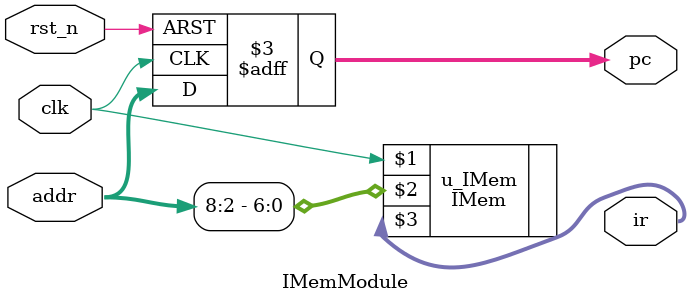
<source format=v>
`timescale 1ns / 1ps
module IMemModule(
	input clk,
	input rst_n,
	input [31:0] addr,

	output reg [31:0] pc,
	output [31:0] ir
);

IMem u_IMem(
	clk,
	addr[8:2],
	ir
);

always@(posedge clk or negedge rst_n)
begin
	if(~rst_n)
		pc<=32'h0;
	else
		pc<=addr;
end

endmodule

</source>
